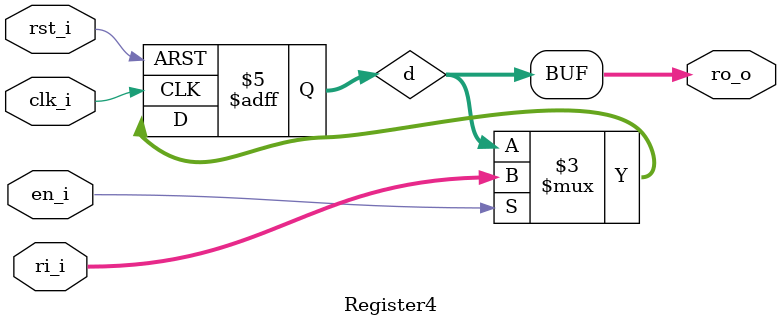
<source format=v>
module Register4(

input clk_i,rst_i,en_i,
input[3:0] ri_i,
output[3:0] ro_o);

reg[3:0] d=4'b0;
always@(posedge clk_i or posedge rst_i)
begin
	if (rst_i) begin
		d<=4'b0; end
	else if (en_i) begin
		d<=ri_i;end
end

assign ro_o=d;
endmodule	
</source>
